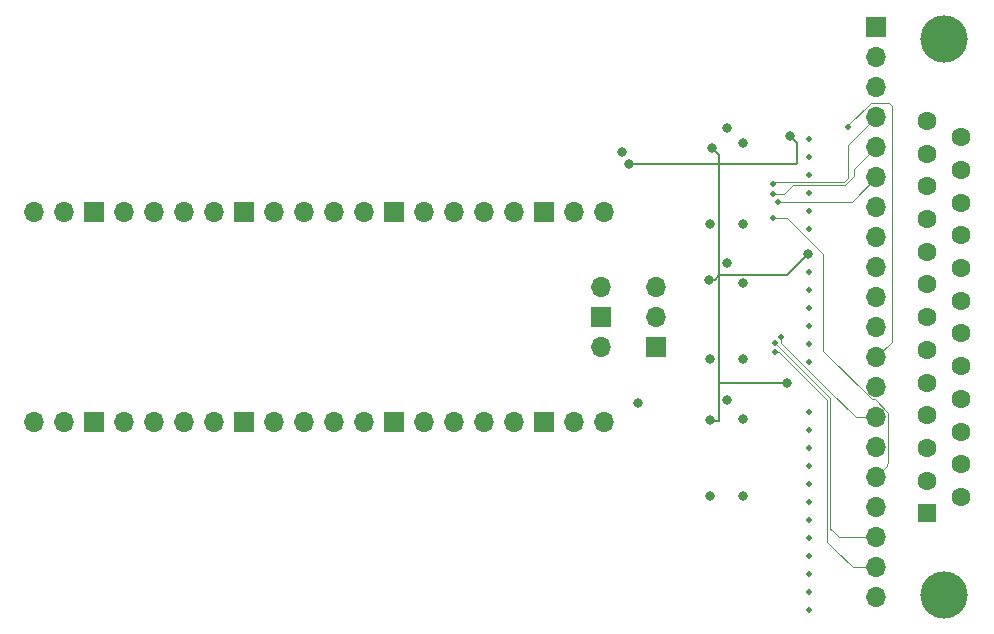
<source format=gbr>
%TF.GenerationSoftware,KiCad,Pcbnew,6.0.10-86aedd382b~118~ubuntu20.04.1*%
%TF.CreationDate,2022-12-30T18:50:17-08:00*%
%TF.ProjectId,parallel2usb,70617261-6c6c-4656-9c32-7573622e6b69,rev?*%
%TF.SameCoordinates,Original*%
%TF.FileFunction,Copper,L4,Bot*%
%TF.FilePolarity,Positive*%
%FSLAX46Y46*%
G04 Gerber Fmt 4.6, Leading zero omitted, Abs format (unit mm)*
G04 Created by KiCad (PCBNEW 6.0.10-86aedd382b~118~ubuntu20.04.1) date 2022-12-30 18:50:17*
%MOMM*%
%LPD*%
G01*
G04 APERTURE LIST*
%TA.AperFunction,ComponentPad*%
%ADD10C,4.000000*%
%TD*%
%TA.AperFunction,ComponentPad*%
%ADD11R,1.600000X1.600000*%
%TD*%
%TA.AperFunction,ComponentPad*%
%ADD12C,1.600000*%
%TD*%
%TA.AperFunction,ComponentPad*%
%ADD13O,1.700000X1.700000*%
%TD*%
%TA.AperFunction,ComponentPad*%
%ADD14R,1.700000X1.700000*%
%TD*%
%TA.AperFunction,ViaPad*%
%ADD15C,0.460000*%
%TD*%
%TA.AperFunction,ViaPad*%
%ADD16C,0.800000*%
%TD*%
%TA.AperFunction,Conductor*%
%ADD17C,0.100000*%
%TD*%
%TA.AperFunction,Conductor*%
%ADD18C,0.200000*%
%TD*%
G04 APERTURE END LIST*
D10*
%TO.P,J1,0,PAD*%
%TO.N,GND*%
X200508000Y-78055000D03*
X200508000Y-125155000D03*
D11*
%TO.P,J1,1,1*%
%TO.N,/STROBE*%
X199088000Y-118225000D03*
D12*
%TO.P,J1,2,2*%
%TO.N,/D0*%
X199088000Y-115455000D03*
%TO.P,J1,3,3*%
%TO.N,/D1*%
X199088000Y-112685000D03*
%TO.P,J1,4,4*%
%TO.N,/D2*%
X199088000Y-109915000D03*
%TO.P,J1,5,5*%
%TO.N,/D3*%
X199088000Y-107145000D03*
%TO.P,J1,6,6*%
%TO.N,/D4*%
X199088000Y-104375000D03*
%TO.P,J1,7,7*%
%TO.N,/D5*%
X199088000Y-101605000D03*
%TO.P,J1,8,8*%
%TO.N,/D6*%
X199088000Y-98835000D03*
%TO.P,J1,9,9*%
%TO.N,/D7*%
X199088000Y-96065000D03*
%TO.P,J1,10,10*%
%TO.N,/ACK*%
X199088000Y-93295000D03*
%TO.P,J1,11,11*%
%TO.N,/BUSY*%
X199088000Y-90525000D03*
%TO.P,J1,12,12*%
%TO.N,/PE*%
X199088000Y-87755000D03*
%TO.P,J1,13,13*%
%TO.N,/SEL*%
X199088000Y-84985000D03*
%TO.P,J1,14,P14*%
%TO.N,/AUTOF*%
X201928000Y-116840000D03*
%TO.P,J1,15,P15*%
%TO.N,/ERROR*%
X201928000Y-114070000D03*
%TO.P,J1,16,P16*%
%TO.N,/INIT*%
X201928000Y-111300000D03*
%TO.P,J1,17,P17*%
%TO.N,/SELIN*%
X201928000Y-108530000D03*
%TO.P,J1,18,P18*%
%TO.N,GND*%
X201928000Y-105760000D03*
%TO.P,J1,19,P19*%
X201928000Y-102990000D03*
%TO.P,J1,20,P20*%
X201928000Y-100220000D03*
%TO.P,J1,21,P21*%
X201928000Y-97450000D03*
%TO.P,J1,22,P22*%
X201928000Y-94680000D03*
%TO.P,J1,23,P23*%
X201928000Y-91910000D03*
%TO.P,J1,24,P24*%
X201928000Y-89140000D03*
%TO.P,J1,25,P25*%
X201928000Y-86370000D03*
%TD*%
D13*
%TO.P,J3,3,Pin_3*%
%TO.N,/SWDIO*%
X176149000Y-99045000D03*
%TO.P,J3,2,Pin_2*%
%TO.N,GND*%
X176149000Y-101585000D03*
D14*
%TO.P,J3,1,Pin_1*%
%TO.N,/SWCLK*%
X176149000Y-104125000D03*
%TD*%
D13*
%TO.P,U4,43,SWDIO*%
%TO.N,/SWDIO*%
X171450000Y-99060000D03*
D14*
%TO.P,U4,42,GND*%
%TO.N,GND*%
X171450000Y-101600000D03*
D13*
%TO.P,U4,41,SWCLK*%
%TO.N,/SWCLK*%
X171450000Y-104140000D03*
%TO.P,U4,40,VBUS*%
%TO.N,+5V*%
X123420000Y-92710000D03*
%TO.P,U4,39,VSYS*%
%TO.N,unconnected-(U4-Pad39)*%
X125960000Y-92710000D03*
D14*
%TO.P,U4,38,GND*%
%TO.N,GND*%
X128500000Y-92710000D03*
D13*
%TO.P,U4,37,3V3_EN*%
%TO.N,unconnected-(U4-Pad37)*%
X131040000Y-92710000D03*
%TO.P,U4,36,3V3*%
%TO.N,+3.3V*%
X133580000Y-92710000D03*
%TO.P,U4,35,ADC_VREF*%
%TO.N,unconnected-(U4-Pad35)*%
X136120000Y-92710000D03*
%TO.P,U4,34,GPIO28_ADC2*%
%TO.N,unconnected-(U4-Pad34)*%
X138660000Y-92710000D03*
D14*
%TO.P,U4,33,AGND*%
%TO.N,GND*%
X141200000Y-92710000D03*
D13*
%TO.P,U4,32,GPIO27_ADC1*%
%TO.N,unconnected-(U4-Pad32)*%
X143740000Y-92710000D03*
%TO.P,U4,31,GPIO26_ADC0*%
%TO.N,unconnected-(U4-Pad31)*%
X146280000Y-92710000D03*
%TO.P,U4,30,RUN*%
%TO.N,unconnected-(U4-Pad30)*%
X148820000Y-92710000D03*
%TO.P,U4,29,GPIO22*%
%TO.N,unconnected-(U4-Pad29)*%
X151360000Y-92710000D03*
D14*
%TO.P,U4,28,GND*%
%TO.N,GND*%
X153900000Y-92710000D03*
D13*
%TO.P,U4,27,GPIO21*%
%TO.N,/SOEN_3*%
X156440000Y-92710000D03*
%TO.P,U4,26,GPIO20*%
%TO.N,/ACK_3*%
X158980000Y-92710000D03*
%TO.P,U4,25,GPIO19*%
%TO.N,/ERROR_3*%
X161520000Y-92710000D03*
%TO.P,U4,24,GPIO18*%
%TO.N,/SEL_3*%
X164060000Y-92710000D03*
D14*
%TO.P,U4,23,GND*%
%TO.N,GND*%
X166600000Y-92710000D03*
D13*
%TO.P,U4,22,GPIO17*%
%TO.N,/PE_3*%
X169140000Y-92710000D03*
%TO.P,U4,21,GPIO16*%
%TO.N,/BUSY_3*%
X171680000Y-92710000D03*
%TO.P,U4,20,GPIO15*%
%TO.N,/D7_3*%
X171680000Y-110490000D03*
%TO.P,U4,19,GPIO14*%
%TO.N,/D6_3*%
X169140000Y-110490000D03*
D14*
%TO.P,U4,18,GND*%
%TO.N,GND*%
X166600000Y-110490000D03*
D13*
%TO.P,U4,17,GPIO13*%
%TO.N,/D5_3*%
X164060000Y-110490000D03*
%TO.P,U4,16,GPIO12*%
%TO.N,/D4_3*%
X161520000Y-110490000D03*
%TO.P,U4,15,GPIO11*%
%TO.N,/D3_3*%
X158980000Y-110490000D03*
%TO.P,U4,14,GPIO10*%
%TO.N,/D2_3*%
X156440000Y-110490000D03*
D14*
%TO.P,U4,13,GND*%
%TO.N,GND*%
X153900000Y-110490000D03*
D13*
%TO.P,U4,12,GPIO9*%
%TO.N,/D1_3*%
X151360000Y-110490000D03*
%TO.P,U4,11,GPIO8*%
%TO.N,/D0_3*%
X148820000Y-110490000D03*
%TO.P,U4,10,GPIO7*%
%TO.N,/DOEN_3*%
X146280000Y-110490000D03*
%TO.P,U4,9,GPIO6*%
%TO.N,/STROBE_3*%
X143740000Y-110490000D03*
D14*
%TO.P,U4,8,GND*%
%TO.N,GND*%
X141200000Y-110490000D03*
D13*
%TO.P,U4,7,GPIO5*%
%TO.N,/AUTOF_3*%
X138660000Y-110490000D03*
%TO.P,U4,6,GPIO4*%
%TO.N,/INIT_3*%
X136120000Y-110490000D03*
%TO.P,U4,5,GPIO3*%
%TO.N,/SELIN_3*%
X133580000Y-110490000D03*
%TO.P,U4,4,GPIO2*%
%TO.N,/COEN_3*%
X131040000Y-110490000D03*
D14*
%TO.P,U4,3,GND*%
%TO.N,GND*%
X128500000Y-110490000D03*
D13*
%TO.P,U4,2,GPIO1*%
%TO.N,unconnected-(U4-Pad2)*%
X125960000Y-110490000D03*
%TO.P,U4,1,GPIO0*%
%TO.N,unconnected-(U4-Pad1)*%
X123420000Y-110490000D03*
%TD*%
D14*
%TO.P,J2,1,Pin_1*%
%TO.N,+3.3V*%
X194770000Y-77082000D03*
D13*
%TO.P,J2,2,Pin_2*%
%TO.N,+5V*%
X194770000Y-79622000D03*
%TO.P,J2,3,Pin_3*%
%TO.N,/SEL*%
X194770000Y-82162000D03*
%TO.P,J2,4,Pin_4*%
%TO.N,/PE*%
X194770000Y-84702000D03*
%TO.P,J2,5,Pin_5*%
%TO.N,/BUSY*%
X194770000Y-87242000D03*
%TO.P,J2,6,Pin_6*%
%TO.N,/ACK*%
X194770000Y-89782000D03*
%TO.P,J2,7,Pin_7*%
%TO.N,/D7*%
X194770000Y-92322000D03*
%TO.P,J2,8,Pin_8*%
%TO.N,/D6*%
X194770000Y-94862000D03*
%TO.P,J2,9,Pin_9*%
%TO.N,/D5*%
X194770000Y-97402000D03*
%TO.P,J2,10,Pin_10*%
%TO.N,/D4*%
X194770000Y-99942000D03*
%TO.P,J2,11,Pin_11*%
%TO.N,/D3*%
X194770000Y-102482000D03*
%TO.P,J2,12,Pin_12*%
%TO.N,/SELIN*%
X194770000Y-105022000D03*
%TO.P,J2,13,Pin_13*%
%TO.N,/D2*%
X194770000Y-107562000D03*
%TO.P,J2,14,Pin_14*%
%TO.N,/INIT*%
X194770000Y-110102000D03*
%TO.P,J2,15,Pin_15*%
%TO.N,/D1*%
X194770000Y-112642000D03*
%TO.P,J2,16,Pin_16*%
%TO.N,/ERROR*%
X194770000Y-115182000D03*
%TO.P,J2,17,Pin_17*%
%TO.N,/D0*%
X194770000Y-117722000D03*
%TO.P,J2,18,Pin_18*%
%TO.N,/AUTOF*%
X194770000Y-120262000D03*
%TO.P,J2,19,Pin_19*%
%TO.N,/STROBE*%
X194770000Y-122802000D03*
%TO.P,J2,20,Pin_20*%
%TO.N,GND*%
X194770000Y-125342000D03*
%TD*%
D15*
%TO.N,/SELIN*%
X192405000Y-85471000D03*
D16*
%TO.N,+5V*%
X183515000Y-98679000D03*
%TO.N,GND*%
X174625000Y-108839000D03*
%TO.N,+3.3V*%
X188976000Y-96266000D03*
X187198000Y-107188000D03*
X180594000Y-98425000D03*
%TO.N,+5V*%
X173228000Y-87630000D03*
%TO.N,+3.3V*%
X187452000Y-86233000D03*
X173863000Y-88656503D03*
D15*
%TO.N,/ACK*%
X186436000Y-91821000D03*
%TO.N,/ERROR*%
X186055000Y-93218000D03*
%TO.N,/INIT*%
X186690000Y-103251000D03*
%TO.N,/AUTOF*%
X186182000Y-103759000D03*
%TO.N,/STROBE*%
X186182000Y-104521000D03*
D16*
%TO.N,GND*%
X182118000Y-97028000D03*
X180721000Y-105156000D03*
X183515000Y-105156000D03*
D15*
%TO.N,+5V*%
X189103000Y-121793000D03*
%TO.N,GND*%
X189103000Y-123317000D03*
X189103000Y-117221000D03*
%TO.N,+5V*%
X189103000Y-112649000D03*
%TO.N,GND*%
X189103000Y-91059000D03*
X189103000Y-88011000D03*
D16*
X180721000Y-93726000D03*
X180721000Y-116713000D03*
D15*
%TO.N,+5V*%
X189103000Y-115697000D03*
D16*
%TO.N,GND*%
X182118000Y-108585000D03*
X183515000Y-116713000D03*
D15*
X189103000Y-120269000D03*
D16*
X183515000Y-93726000D03*
D15*
X189103000Y-126365000D03*
D16*
X182118000Y-85598000D03*
D15*
X189103000Y-94107000D03*
X189103000Y-102362000D03*
%TO.N,+5V*%
X189103000Y-92583000D03*
%TO.N,GND*%
X189103000Y-105410000D03*
X189103000Y-99314000D03*
X189103000Y-111125000D03*
%TO.N,/BUSY*%
X185984000Y-91186000D03*
%TO.N,/PE*%
X186055000Y-90297000D03*
D16*
%TO.N,+3.3V*%
X180641843Y-110315157D03*
X180848000Y-87249000D03*
D15*
%TO.N,+5V*%
X189103000Y-103886000D03*
D16*
X183515000Y-110236000D03*
D15*
X189103000Y-97790000D03*
%TO.N,GND*%
X189103000Y-114173000D03*
%TO.N,+5V*%
X189103000Y-109601000D03*
D16*
X183515000Y-86868000D03*
D15*
X189103000Y-100838000D03*
X189103000Y-86487000D03*
X189103000Y-89535000D03*
X189103000Y-118745000D03*
X189103000Y-124841000D03*
%TD*%
D17*
%TO.N,/SELIN*%
X194770000Y-105022000D02*
X196088000Y-103704000D01*
X195834000Y-83439000D02*
X194310000Y-83439000D01*
X196088000Y-103704000D02*
X196088000Y-103378000D01*
X196088000Y-103378000D02*
X196088000Y-83693000D01*
X196088000Y-83693000D02*
X195834000Y-83439000D01*
X194310000Y-83439000D02*
X192405000Y-85344000D01*
X192405000Y-85344000D02*
X192405000Y-85471000D01*
D18*
%TO.N,+3.3V*%
X181483000Y-98044000D02*
X187198000Y-98044000D01*
X187198000Y-98044000D02*
X188976000Y-96266000D01*
X181483000Y-107188000D02*
X181483000Y-110363000D01*
X181483000Y-98044000D02*
X181483000Y-107188000D01*
X181483000Y-107188000D02*
X187198000Y-107188000D01*
X181483000Y-110363000D02*
X180689686Y-110363000D01*
X180689686Y-110363000D02*
X180641843Y-110315157D01*
X181483000Y-88646000D02*
X181483000Y-98044000D01*
X181483000Y-98044000D02*
X181102000Y-98425000D01*
X181102000Y-98425000D02*
X180594000Y-98425000D01*
X173873503Y-88646000D02*
X173863000Y-88656503D01*
X181483000Y-88646000D02*
X173873503Y-88646000D01*
X181483000Y-88646000D02*
X187960000Y-88646000D01*
X187960000Y-88646000D02*
X188087000Y-88519000D01*
X188087000Y-88519000D02*
X188087000Y-86868000D01*
X188087000Y-86868000D02*
X187452000Y-86233000D01*
X181483000Y-88646000D02*
X181483000Y-87884000D01*
X181483000Y-87884000D02*
X180848000Y-87249000D01*
D17*
%TO.N,/PE*%
X194770000Y-84702000D02*
X192405000Y-87067000D01*
X192405000Y-87067000D02*
X192405000Y-89789000D01*
X192405000Y-89789000D02*
X192024000Y-90170000D01*
X192024000Y-90170000D02*
X186182000Y-90170000D01*
X186182000Y-90170000D02*
X186055000Y-90297000D01*
%TO.N,/BUSY*%
X194770000Y-87242000D02*
X192913000Y-89099000D01*
X192913000Y-89099000D02*
X192913000Y-89662000D01*
X192913000Y-89662000D02*
X192151000Y-90424000D01*
X192151000Y-90424000D02*
X187706000Y-90424000D01*
X187706000Y-90424000D02*
X186944000Y-91186000D01*
X186944000Y-91186000D02*
X185984000Y-91186000D01*
%TO.N,/ACK*%
X194770000Y-89782000D02*
X192731000Y-91821000D01*
X192731000Y-91821000D02*
X191770000Y-91821000D01*
X191770000Y-91821000D02*
X186436000Y-91821000D01*
%TO.N,/ERROR*%
X194770000Y-115182000D02*
X195707000Y-114245000D01*
X195707000Y-114245000D02*
X195707000Y-114046000D01*
X195707000Y-114046000D02*
X195770000Y-113983000D01*
X187198000Y-93218000D02*
X186055000Y-93218000D01*
X194644214Y-108562000D02*
X194355786Y-108562000D01*
X195770000Y-113983000D02*
X195770000Y-109687786D01*
X195770000Y-109687786D02*
X194644214Y-108562000D01*
X194355786Y-108562000D02*
X190246000Y-104452214D01*
X189484000Y-95504000D02*
X187198000Y-93218000D01*
X190246000Y-102870000D02*
X190246000Y-96266000D01*
X190246000Y-104452214D02*
X190246000Y-102870000D01*
X190246000Y-96266000D02*
X189484000Y-95504000D01*
%TO.N,/INIT*%
X194770000Y-110102000D02*
X193033000Y-110102000D01*
X190627000Y-107696000D02*
X186690000Y-103759000D01*
X193033000Y-110102000D02*
X190627000Y-107696000D01*
X186690000Y-103759000D02*
X186690000Y-103378000D01*
X186690000Y-103378000D02*
X186690000Y-103251000D01*
%TO.N,/AUTOF*%
X194770000Y-120262000D02*
X191636000Y-120262000D01*
X191636000Y-120262000D02*
X191008000Y-119634000D01*
X190881000Y-108458000D02*
X186817000Y-104394000D01*
X191008000Y-119634000D02*
X190881000Y-119507000D01*
X190881000Y-119507000D02*
X190881000Y-108458000D01*
X186817000Y-104394000D02*
X186182000Y-103759000D01*
%TO.N,/STROBE*%
X194770000Y-122802000D02*
X192779000Y-122802000D01*
X192779000Y-122802000D02*
X191262000Y-121285000D01*
X190627000Y-108585000D02*
X186563000Y-104521000D01*
X191262000Y-121285000D02*
X190627000Y-120650000D01*
X190627000Y-120650000D02*
X190627000Y-108585000D01*
X186563000Y-104521000D02*
X186182000Y-104521000D01*
%TD*%
M02*

</source>
